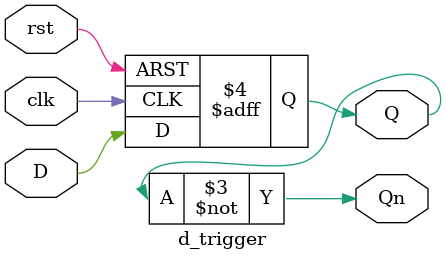
<source format=v>
module d_trigger (
    input  clk, 
    input rst,  
    input  D,     
    output reg Q, 
    output Qn   
);
    always @(posedge clk or negedge rst) begin
        if (!rst) 
            Q <= 1'b0;
        else 
            Q <= D;
    end

    assign Qn = ~Q;
endmodule

</source>
